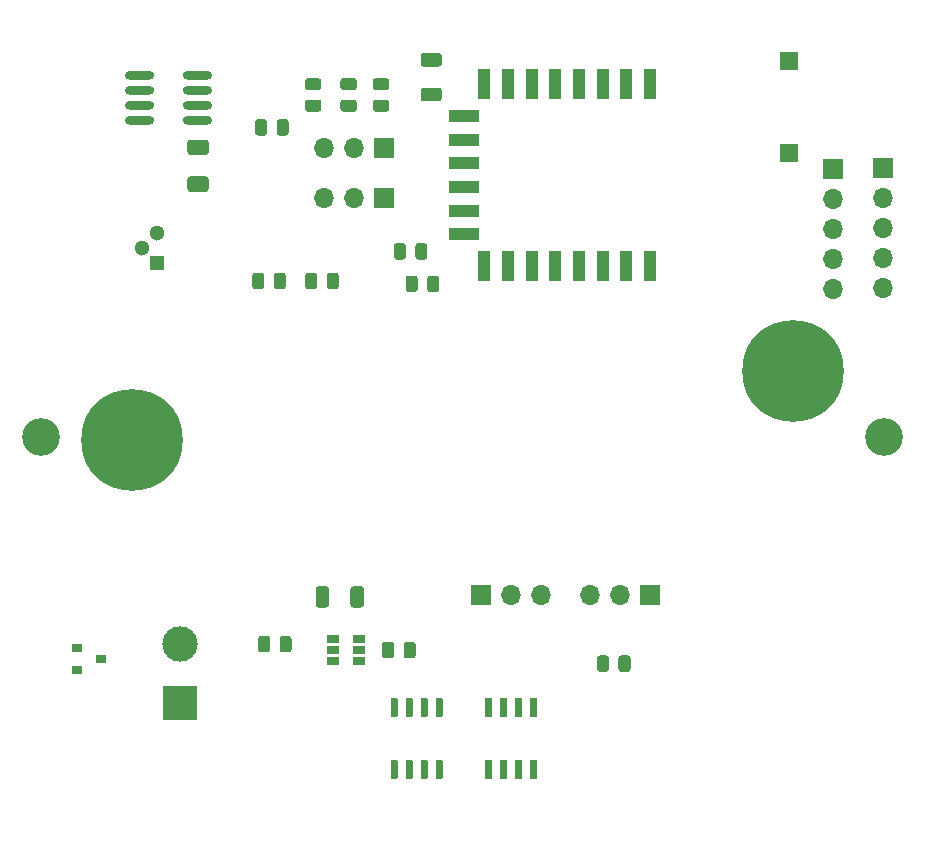
<source format=gbr>
%TF.GenerationSoftware,KiCad,Pcbnew,(5.1.12)-1*%
%TF.CreationDate,2022-02-03T12:58:41+01:00*%
%TF.ProjectId,colibri_01,636f6c69-6272-4695-9f30-312e6b696361,rev?*%
%TF.SameCoordinates,Original*%
%TF.FileFunction,Soldermask,Top*%
%TF.FilePolarity,Negative*%
%FSLAX46Y46*%
G04 Gerber Fmt 4.6, Leading zero omitted, Abs format (unit mm)*
G04 Created by KiCad (PCBNEW (5.1.12)-1) date 2022-02-03 12:58:41*
%MOMM*%
%LPD*%
G01*
G04 APERTURE LIST*
%ADD10R,2.500000X1.100000*%
%ADD11R,1.100000X2.500000*%
%ADD12C,3.200000*%
%ADD13C,0.900000*%
%ADD14C,8.600000*%
%ADD15R,1.060000X0.650000*%
%ADD16R,1.300000X1.300000*%
%ADD17C,1.300000*%
%ADD18R,1.500000X1.500000*%
%ADD19O,1.700000X1.700000*%
%ADD20R,1.700000X1.700000*%
%ADD21C,3.000000*%
%ADD22R,3.000000X3.000000*%
%ADD23R,0.900000X0.800000*%
G04 APERTURE END LIST*
D10*
%TO.C,U1*%
X150050000Y-73790000D03*
X150050000Y-71790000D03*
X150050000Y-69790000D03*
X150050000Y-67790000D03*
X150050000Y-65790000D03*
X150050000Y-63790000D03*
D11*
X165750000Y-76500000D03*
X163750000Y-76500000D03*
X161750000Y-76500000D03*
X159750000Y-76500000D03*
X157750000Y-76500000D03*
X155750000Y-76500000D03*
X153750000Y-76500000D03*
X151750000Y-76500000D03*
X151750000Y-61100000D03*
X153750000Y-61100000D03*
X155750000Y-61100000D03*
X157750000Y-61100000D03*
X159750000Y-61100000D03*
X161750000Y-61100000D03*
X163750000Y-61100000D03*
X165750000Y-61100000D03*
%TD*%
D12*
%TO.C,C1*%
X185600000Y-91000000D03*
X114200000Y-91000000D03*
%TD*%
D13*
%TO.C,M4*%
X124230419Y-88969581D03*
X121950000Y-88025000D03*
X119669581Y-88969581D03*
X118725000Y-91250000D03*
X119669581Y-93530419D03*
X121950000Y-94475000D03*
X124230419Y-93530419D03*
X125175000Y-91250000D03*
D14*
X121950000Y-91250000D03*
%TD*%
D13*
%TO.C,M4*%
X180130419Y-83069581D03*
X177850000Y-82125000D03*
X175569581Y-83069581D03*
X174625000Y-85350000D03*
X175569581Y-87630419D03*
X177850000Y-88575000D03*
X180130419Y-87630419D03*
X181075000Y-85350000D03*
D14*
X177850000Y-85350000D03*
%TD*%
%TO.C,U6*%
G36*
G01*
X128350000Y-64505000D02*
X126550000Y-64505000D01*
G75*
G02*
X126200000Y-64155000I0J350000D01*
G01*
X126200000Y-64155000D01*
G75*
G02*
X126550000Y-63805000I350000J0D01*
G01*
X128350000Y-63805000D01*
G75*
G02*
X128700000Y-64155000I0J-350000D01*
G01*
X128700000Y-64155000D01*
G75*
G02*
X128350000Y-64505000I-350000J0D01*
G01*
G37*
G36*
G01*
X128350000Y-63235000D02*
X126550000Y-63235000D01*
G75*
G02*
X126200000Y-62885000I0J350000D01*
G01*
X126200000Y-62885000D01*
G75*
G02*
X126550000Y-62535000I350000J0D01*
G01*
X128350000Y-62535000D01*
G75*
G02*
X128700000Y-62885000I0J-350000D01*
G01*
X128700000Y-62885000D01*
G75*
G02*
X128350000Y-63235000I-350000J0D01*
G01*
G37*
G36*
G01*
X128350000Y-61965000D02*
X126550000Y-61965000D01*
G75*
G02*
X126200000Y-61615000I0J350000D01*
G01*
X126200000Y-61615000D01*
G75*
G02*
X126550000Y-61265000I350000J0D01*
G01*
X128350000Y-61265000D01*
G75*
G02*
X128700000Y-61615000I0J-350000D01*
G01*
X128700000Y-61615000D01*
G75*
G02*
X128350000Y-61965000I-350000J0D01*
G01*
G37*
G36*
G01*
X128350000Y-60695000D02*
X126550000Y-60695000D01*
G75*
G02*
X126200000Y-60345000I0J350000D01*
G01*
X126200000Y-60345000D01*
G75*
G02*
X126550000Y-59995000I350000J0D01*
G01*
X128350000Y-59995000D01*
G75*
G02*
X128700000Y-60345000I0J-350000D01*
G01*
X128700000Y-60345000D01*
G75*
G02*
X128350000Y-60695000I-350000J0D01*
G01*
G37*
G36*
G01*
X123450000Y-64505000D02*
X121650000Y-64505000D01*
G75*
G02*
X121300000Y-64155000I0J350000D01*
G01*
X121300000Y-64155000D01*
G75*
G02*
X121650000Y-63805000I350000J0D01*
G01*
X123450000Y-63805000D01*
G75*
G02*
X123800000Y-64155000I0J-350000D01*
G01*
X123800000Y-64155000D01*
G75*
G02*
X123450000Y-64505000I-350000J0D01*
G01*
G37*
G36*
G01*
X123450000Y-63235000D02*
X121650000Y-63235000D01*
G75*
G02*
X121300000Y-62885000I0J350000D01*
G01*
X121300000Y-62885000D01*
G75*
G02*
X121650000Y-62535000I350000J0D01*
G01*
X123450000Y-62535000D01*
G75*
G02*
X123800000Y-62885000I0J-350000D01*
G01*
X123800000Y-62885000D01*
G75*
G02*
X123450000Y-63235000I-350000J0D01*
G01*
G37*
G36*
G01*
X123450000Y-61965000D02*
X121650000Y-61965000D01*
G75*
G02*
X121300000Y-61615000I0J350000D01*
G01*
X121300000Y-61615000D01*
G75*
G02*
X121650000Y-61265000I350000J0D01*
G01*
X123450000Y-61265000D01*
G75*
G02*
X123800000Y-61615000I0J-350000D01*
G01*
X123800000Y-61615000D01*
G75*
G02*
X123450000Y-61965000I-350000J0D01*
G01*
G37*
G36*
G01*
X123450000Y-60695000D02*
X121650000Y-60695000D01*
G75*
G02*
X121300000Y-60345000I0J350000D01*
G01*
X121300000Y-60345000D01*
G75*
G02*
X121650000Y-59995000I350000J0D01*
G01*
X123450000Y-59995000D01*
G75*
G02*
X123800000Y-60345000I0J-350000D01*
G01*
X123800000Y-60345000D01*
G75*
G02*
X123450000Y-60695000I-350000J0D01*
G01*
G37*
%TD*%
%TO.C,U5*%
G36*
G01*
X147651300Y-113085000D02*
X148158700Y-113085000D01*
G75*
G02*
X148200000Y-113126300I0J-41300D01*
G01*
X148200000Y-114623700D01*
G75*
G02*
X148158700Y-114665000I-41300J0D01*
G01*
X147651300Y-114665000D01*
G75*
G02*
X147610000Y-114623700I0J41300D01*
G01*
X147610000Y-113126300D01*
G75*
G02*
X147651300Y-113085000I41300J0D01*
G01*
G37*
G36*
G01*
X146381300Y-113085000D02*
X146888700Y-113085000D01*
G75*
G02*
X146930000Y-113126300I0J-41300D01*
G01*
X146930000Y-114623700D01*
G75*
G02*
X146888700Y-114665000I-41300J0D01*
G01*
X146381300Y-114665000D01*
G75*
G02*
X146340000Y-114623700I0J41300D01*
G01*
X146340000Y-113126300D01*
G75*
G02*
X146381300Y-113085000I41300J0D01*
G01*
G37*
G36*
G01*
X145111300Y-113085000D02*
X145618700Y-113085000D01*
G75*
G02*
X145660000Y-113126300I0J-41300D01*
G01*
X145660000Y-114623700D01*
G75*
G02*
X145618700Y-114665000I-41300J0D01*
G01*
X145111300Y-114665000D01*
G75*
G02*
X145070000Y-114623700I0J41300D01*
G01*
X145070000Y-113126300D01*
G75*
G02*
X145111300Y-113085000I41300J0D01*
G01*
G37*
G36*
G01*
X143841300Y-113085000D02*
X144348700Y-113085000D01*
G75*
G02*
X144390000Y-113126300I0J-41300D01*
G01*
X144390000Y-114623700D01*
G75*
G02*
X144348700Y-114665000I-41300J0D01*
G01*
X143841300Y-114665000D01*
G75*
G02*
X143800000Y-114623700I0J41300D01*
G01*
X143800000Y-113126300D01*
G75*
G02*
X143841300Y-113085000I41300J0D01*
G01*
G37*
G36*
G01*
X143841300Y-118335000D02*
X144348700Y-118335000D01*
G75*
G02*
X144390000Y-118376300I0J-41300D01*
G01*
X144390000Y-119873700D01*
G75*
G02*
X144348700Y-119915000I-41300J0D01*
G01*
X143841300Y-119915000D01*
G75*
G02*
X143800000Y-119873700I0J41300D01*
G01*
X143800000Y-118376300D01*
G75*
G02*
X143841300Y-118335000I41300J0D01*
G01*
G37*
G36*
G01*
X145111300Y-118335000D02*
X145618700Y-118335000D01*
G75*
G02*
X145660000Y-118376300I0J-41300D01*
G01*
X145660000Y-119873700D01*
G75*
G02*
X145618700Y-119915000I-41300J0D01*
G01*
X145111300Y-119915000D01*
G75*
G02*
X145070000Y-119873700I0J41300D01*
G01*
X145070000Y-118376300D01*
G75*
G02*
X145111300Y-118335000I41300J0D01*
G01*
G37*
G36*
G01*
X146381300Y-118335000D02*
X146888700Y-118335000D01*
G75*
G02*
X146930000Y-118376300I0J-41300D01*
G01*
X146930000Y-119873700D01*
G75*
G02*
X146888700Y-119915000I-41300J0D01*
G01*
X146381300Y-119915000D01*
G75*
G02*
X146340000Y-119873700I0J41300D01*
G01*
X146340000Y-118376300D01*
G75*
G02*
X146381300Y-118335000I41300J0D01*
G01*
G37*
G36*
G01*
X147651300Y-118335000D02*
X148158700Y-118335000D01*
G75*
G02*
X148200000Y-118376300I0J-41300D01*
G01*
X148200000Y-119873700D01*
G75*
G02*
X148158700Y-119915000I-41300J0D01*
G01*
X147651300Y-119915000D01*
G75*
G02*
X147610000Y-119873700I0J41300D01*
G01*
X147610000Y-118376300D01*
G75*
G02*
X147651300Y-118335000I41300J0D01*
G01*
G37*
%TD*%
%TO.C,U4*%
G36*
G01*
X155651300Y-113085000D02*
X156158700Y-113085000D01*
G75*
G02*
X156200000Y-113126300I0J-41300D01*
G01*
X156200000Y-114623700D01*
G75*
G02*
X156158700Y-114665000I-41300J0D01*
G01*
X155651300Y-114665000D01*
G75*
G02*
X155610000Y-114623700I0J41300D01*
G01*
X155610000Y-113126300D01*
G75*
G02*
X155651300Y-113085000I41300J0D01*
G01*
G37*
G36*
G01*
X154381300Y-113085000D02*
X154888700Y-113085000D01*
G75*
G02*
X154930000Y-113126300I0J-41300D01*
G01*
X154930000Y-114623700D01*
G75*
G02*
X154888700Y-114665000I-41300J0D01*
G01*
X154381300Y-114665000D01*
G75*
G02*
X154340000Y-114623700I0J41300D01*
G01*
X154340000Y-113126300D01*
G75*
G02*
X154381300Y-113085000I41300J0D01*
G01*
G37*
G36*
G01*
X153111300Y-113085000D02*
X153618700Y-113085000D01*
G75*
G02*
X153660000Y-113126300I0J-41300D01*
G01*
X153660000Y-114623700D01*
G75*
G02*
X153618700Y-114665000I-41300J0D01*
G01*
X153111300Y-114665000D01*
G75*
G02*
X153070000Y-114623700I0J41300D01*
G01*
X153070000Y-113126300D01*
G75*
G02*
X153111300Y-113085000I41300J0D01*
G01*
G37*
G36*
G01*
X151841300Y-113085000D02*
X152348700Y-113085000D01*
G75*
G02*
X152390000Y-113126300I0J-41300D01*
G01*
X152390000Y-114623700D01*
G75*
G02*
X152348700Y-114665000I-41300J0D01*
G01*
X151841300Y-114665000D01*
G75*
G02*
X151800000Y-114623700I0J41300D01*
G01*
X151800000Y-113126300D01*
G75*
G02*
X151841300Y-113085000I41300J0D01*
G01*
G37*
G36*
G01*
X151841300Y-118335000D02*
X152348700Y-118335000D01*
G75*
G02*
X152390000Y-118376300I0J-41300D01*
G01*
X152390000Y-119873700D01*
G75*
G02*
X152348700Y-119915000I-41300J0D01*
G01*
X151841300Y-119915000D01*
G75*
G02*
X151800000Y-119873700I0J41300D01*
G01*
X151800000Y-118376300D01*
G75*
G02*
X151841300Y-118335000I41300J0D01*
G01*
G37*
G36*
G01*
X153111300Y-118335000D02*
X153618700Y-118335000D01*
G75*
G02*
X153660000Y-118376300I0J-41300D01*
G01*
X153660000Y-119873700D01*
G75*
G02*
X153618700Y-119915000I-41300J0D01*
G01*
X153111300Y-119915000D01*
G75*
G02*
X153070000Y-119873700I0J41300D01*
G01*
X153070000Y-118376300D01*
G75*
G02*
X153111300Y-118335000I41300J0D01*
G01*
G37*
G36*
G01*
X154381300Y-118335000D02*
X154888700Y-118335000D01*
G75*
G02*
X154930000Y-118376300I0J-41300D01*
G01*
X154930000Y-119873700D01*
G75*
G02*
X154888700Y-119915000I-41300J0D01*
G01*
X154381300Y-119915000D01*
G75*
G02*
X154340000Y-119873700I0J41300D01*
G01*
X154340000Y-118376300D01*
G75*
G02*
X154381300Y-118335000I41300J0D01*
G01*
G37*
G36*
G01*
X155651300Y-118335000D02*
X156158700Y-118335000D01*
G75*
G02*
X156200000Y-118376300I0J-41300D01*
G01*
X156200000Y-119873700D01*
G75*
G02*
X156158700Y-119915000I-41300J0D01*
G01*
X155651300Y-119915000D01*
G75*
G02*
X155610000Y-119873700I0J41300D01*
G01*
X155610000Y-118376300D01*
G75*
G02*
X155651300Y-118335000I41300J0D01*
G01*
G37*
%TD*%
D15*
%TO.C,U3*%
X138900000Y-109000000D03*
X138900000Y-109950000D03*
X138900000Y-108050000D03*
X141100000Y-108050000D03*
X141100000Y-109000000D03*
X141100000Y-109950000D03*
%TD*%
D16*
%TO.C,U2*%
X124000000Y-76250000D03*
D17*
X124000000Y-73710000D03*
X122730000Y-74980000D03*
%TD*%
D18*
%TO.C,SW1*%
X177500000Y-66900000D03*
X177500000Y-59100000D03*
%TD*%
%TO.C,R11*%
G36*
G01*
X144900000Y-109450002D02*
X144900000Y-108549998D01*
G75*
G02*
X145149998Y-108300000I249998J0D01*
G01*
X145675002Y-108300000D01*
G75*
G02*
X145925000Y-108549998I0J-249998D01*
G01*
X145925000Y-109450002D01*
G75*
G02*
X145675002Y-109700000I-249998J0D01*
G01*
X145149998Y-109700000D01*
G75*
G02*
X144900000Y-109450002I0J249998D01*
G01*
G37*
G36*
G01*
X143075000Y-109450002D02*
X143075000Y-108549998D01*
G75*
G02*
X143324998Y-108300000I249998J0D01*
G01*
X143850002Y-108300000D01*
G75*
G02*
X144100000Y-108549998I0J-249998D01*
G01*
X144100000Y-109450002D01*
G75*
G02*
X143850002Y-109700000I-249998J0D01*
G01*
X143324998Y-109700000D01*
G75*
G02*
X143075000Y-109450002I0J249998D01*
G01*
G37*
%TD*%
%TO.C,R10*%
G36*
G01*
X133600000Y-108049998D02*
X133600000Y-108950002D01*
G75*
G02*
X133350002Y-109200000I-249998J0D01*
G01*
X132824998Y-109200000D01*
G75*
G02*
X132575000Y-108950002I0J249998D01*
G01*
X132575000Y-108049998D01*
G75*
G02*
X132824998Y-107800000I249998J0D01*
G01*
X133350002Y-107800000D01*
G75*
G02*
X133600000Y-108049998I0J-249998D01*
G01*
G37*
G36*
G01*
X135425000Y-108049998D02*
X135425000Y-108950002D01*
G75*
G02*
X135175002Y-109200000I-249998J0D01*
G01*
X134649998Y-109200000D01*
G75*
G02*
X134400000Y-108950002I0J249998D01*
G01*
X134400000Y-108049998D01*
G75*
G02*
X134649998Y-107800000I249998J0D01*
G01*
X135175002Y-107800000D01*
G75*
G02*
X135425000Y-108049998I0J-249998D01*
G01*
G37*
%TD*%
%TO.C,R9*%
G36*
G01*
X138400000Y-78200002D02*
X138400000Y-77299998D01*
G75*
G02*
X138649998Y-77050000I249998J0D01*
G01*
X139175002Y-77050000D01*
G75*
G02*
X139425000Y-77299998I0J-249998D01*
G01*
X139425000Y-78200002D01*
G75*
G02*
X139175002Y-78450000I-249998J0D01*
G01*
X138649998Y-78450000D01*
G75*
G02*
X138400000Y-78200002I0J249998D01*
G01*
G37*
G36*
G01*
X136575000Y-78200002D02*
X136575000Y-77299998D01*
G75*
G02*
X136824998Y-77050000I249998J0D01*
G01*
X137350002Y-77050000D01*
G75*
G02*
X137600000Y-77299998I0J-249998D01*
G01*
X137600000Y-78200002D01*
G75*
G02*
X137350002Y-78450000I-249998J0D01*
G01*
X136824998Y-78450000D01*
G75*
G02*
X136575000Y-78200002I0J249998D01*
G01*
G37*
%TD*%
%TO.C,R8*%
G36*
G01*
X133900000Y-78200002D02*
X133900000Y-77299998D01*
G75*
G02*
X134149998Y-77050000I249998J0D01*
G01*
X134675002Y-77050000D01*
G75*
G02*
X134925000Y-77299998I0J-249998D01*
G01*
X134925000Y-78200002D01*
G75*
G02*
X134675002Y-78450000I-249998J0D01*
G01*
X134149998Y-78450000D01*
G75*
G02*
X133900000Y-78200002I0J249998D01*
G01*
G37*
G36*
G01*
X132075000Y-78200002D02*
X132075000Y-77299998D01*
G75*
G02*
X132324998Y-77050000I249998J0D01*
G01*
X132850002Y-77050000D01*
G75*
G02*
X133100000Y-77299998I0J-249998D01*
G01*
X133100000Y-78200002D01*
G75*
G02*
X132850002Y-78450000I-249998J0D01*
G01*
X132324998Y-78450000D01*
G75*
G02*
X132075000Y-78200002I0J249998D01*
G01*
G37*
%TD*%
%TO.C,R7*%
G36*
G01*
X145100000Y-74799998D02*
X145100000Y-75700002D01*
G75*
G02*
X144850002Y-75950000I-249998J0D01*
G01*
X144324998Y-75950000D01*
G75*
G02*
X144075000Y-75700002I0J249998D01*
G01*
X144075000Y-74799998D01*
G75*
G02*
X144324998Y-74550000I249998J0D01*
G01*
X144850002Y-74550000D01*
G75*
G02*
X145100000Y-74799998I0J-249998D01*
G01*
G37*
G36*
G01*
X146925000Y-74799998D02*
X146925000Y-75700002D01*
G75*
G02*
X146675002Y-75950000I-249998J0D01*
G01*
X146149998Y-75950000D01*
G75*
G02*
X145900000Y-75700002I0J249998D01*
G01*
X145900000Y-74799998D01*
G75*
G02*
X146149998Y-74550000I249998J0D01*
G01*
X146675002Y-74550000D01*
G75*
G02*
X146925000Y-74799998I0J-249998D01*
G01*
G37*
%TD*%
%TO.C,R6*%
G36*
G01*
X146100000Y-77549998D02*
X146100000Y-78450002D01*
G75*
G02*
X145850002Y-78700000I-249998J0D01*
G01*
X145324998Y-78700000D01*
G75*
G02*
X145075000Y-78450002I0J249998D01*
G01*
X145075000Y-77549998D01*
G75*
G02*
X145324998Y-77300000I249998J0D01*
G01*
X145850002Y-77300000D01*
G75*
G02*
X146100000Y-77549998I0J-249998D01*
G01*
G37*
G36*
G01*
X147925000Y-77549998D02*
X147925000Y-78450002D01*
G75*
G02*
X147675002Y-78700000I-249998J0D01*
G01*
X147149998Y-78700000D01*
G75*
G02*
X146900000Y-78450002I0J249998D01*
G01*
X146900000Y-77549998D01*
G75*
G02*
X147149998Y-77300000I249998J0D01*
G01*
X147675002Y-77300000D01*
G75*
G02*
X147925000Y-77549998I0J-249998D01*
G01*
G37*
%TD*%
%TO.C,R5*%
G36*
G01*
X162300000Y-109699998D02*
X162300000Y-110600002D01*
G75*
G02*
X162050002Y-110850000I-249998J0D01*
G01*
X161524998Y-110850000D01*
G75*
G02*
X161275000Y-110600002I0J249998D01*
G01*
X161275000Y-109699998D01*
G75*
G02*
X161524998Y-109450000I249998J0D01*
G01*
X162050002Y-109450000D01*
G75*
G02*
X162300000Y-109699998I0J-249998D01*
G01*
G37*
G36*
G01*
X164125000Y-109699998D02*
X164125000Y-110600002D01*
G75*
G02*
X163875002Y-110850000I-249998J0D01*
G01*
X163349998Y-110850000D01*
G75*
G02*
X163100000Y-110600002I0J249998D01*
G01*
X163100000Y-109699998D01*
G75*
G02*
X163349998Y-109450000I249998J0D01*
G01*
X163875002Y-109450000D01*
G75*
G02*
X164125000Y-109699998I0J-249998D01*
G01*
G37*
%TD*%
%TO.C,R4*%
G36*
G01*
X139799998Y-62400000D02*
X140700002Y-62400000D01*
G75*
G02*
X140950000Y-62649998I0J-249998D01*
G01*
X140950000Y-63175002D01*
G75*
G02*
X140700002Y-63425000I-249998J0D01*
G01*
X139799998Y-63425000D01*
G75*
G02*
X139550000Y-63175002I0J249998D01*
G01*
X139550000Y-62649998D01*
G75*
G02*
X139799998Y-62400000I249998J0D01*
G01*
G37*
G36*
G01*
X139799998Y-60575000D02*
X140700002Y-60575000D01*
G75*
G02*
X140950000Y-60824998I0J-249998D01*
G01*
X140950000Y-61350002D01*
G75*
G02*
X140700002Y-61600000I-249998J0D01*
G01*
X139799998Y-61600000D01*
G75*
G02*
X139550000Y-61350002I0J249998D01*
G01*
X139550000Y-60824998D01*
G75*
G02*
X139799998Y-60575000I249998J0D01*
G01*
G37*
%TD*%
%TO.C,R3*%
G36*
G01*
X142549998Y-62400000D02*
X143450002Y-62400000D01*
G75*
G02*
X143700000Y-62649998I0J-249998D01*
G01*
X143700000Y-63175002D01*
G75*
G02*
X143450002Y-63425000I-249998J0D01*
G01*
X142549998Y-63425000D01*
G75*
G02*
X142300000Y-63175002I0J249998D01*
G01*
X142300000Y-62649998D01*
G75*
G02*
X142549998Y-62400000I249998J0D01*
G01*
G37*
G36*
G01*
X142549998Y-60575000D02*
X143450002Y-60575000D01*
G75*
G02*
X143700000Y-60824998I0J-249998D01*
G01*
X143700000Y-61350002D01*
G75*
G02*
X143450002Y-61600000I-249998J0D01*
G01*
X142549998Y-61600000D01*
G75*
G02*
X142300000Y-61350002I0J249998D01*
G01*
X142300000Y-60824998D01*
G75*
G02*
X142549998Y-60575000I249998J0D01*
G01*
G37*
%TD*%
%TO.C,R2*%
G36*
G01*
X137700002Y-61600000D02*
X136799998Y-61600000D01*
G75*
G02*
X136550000Y-61350002I0J249998D01*
G01*
X136550000Y-60824998D01*
G75*
G02*
X136799998Y-60575000I249998J0D01*
G01*
X137700002Y-60575000D01*
G75*
G02*
X137950000Y-60824998I0J-249998D01*
G01*
X137950000Y-61350002D01*
G75*
G02*
X137700002Y-61600000I-249998J0D01*
G01*
G37*
G36*
G01*
X137700002Y-63425000D02*
X136799998Y-63425000D01*
G75*
G02*
X136550000Y-63175002I0J249998D01*
G01*
X136550000Y-62649998D01*
G75*
G02*
X136799998Y-62400000I249998J0D01*
G01*
X137700002Y-62400000D01*
G75*
G02*
X137950000Y-62649998I0J-249998D01*
G01*
X137950000Y-63175002D01*
G75*
G02*
X137700002Y-63425000I-249998J0D01*
G01*
G37*
%TD*%
%TO.C,R1*%
G36*
G01*
X134150000Y-65200002D02*
X134150000Y-64299998D01*
G75*
G02*
X134399998Y-64050000I249998J0D01*
G01*
X134925002Y-64050000D01*
G75*
G02*
X135175000Y-64299998I0J-249998D01*
G01*
X135175000Y-65200002D01*
G75*
G02*
X134925002Y-65450000I-249998J0D01*
G01*
X134399998Y-65450000D01*
G75*
G02*
X134150000Y-65200002I0J249998D01*
G01*
G37*
G36*
G01*
X132325000Y-65200002D02*
X132325000Y-64299998D01*
G75*
G02*
X132574998Y-64050000I249998J0D01*
G01*
X133100002Y-64050000D01*
G75*
G02*
X133350000Y-64299998I0J-249998D01*
G01*
X133350000Y-65200002D01*
G75*
G02*
X133100002Y-65450000I-249998J0D01*
G01*
X132574998Y-65450000D01*
G75*
G02*
X132325000Y-65200002I0J249998D01*
G01*
G37*
%TD*%
D19*
%TO.C,J7*%
X185500000Y-78370000D03*
X185500000Y-75830000D03*
X185500000Y-73290000D03*
X185500000Y-70750000D03*
D20*
X185500000Y-68210000D03*
%TD*%
D19*
%TO.C,J6*%
X181250000Y-78410000D03*
X181250000Y-75870000D03*
X181250000Y-73330000D03*
X181250000Y-70790000D03*
D20*
X181250000Y-68250000D03*
%TD*%
D19*
%TO.C,J5*%
X138170000Y-66500000D03*
X140710000Y-66500000D03*
D20*
X143250000Y-66500000D03*
%TD*%
D19*
%TO.C,J4*%
X138170000Y-70750000D03*
X140710000Y-70750000D03*
D20*
X143250000Y-70750000D03*
%TD*%
D19*
%TO.C,J3*%
X156580000Y-104350000D03*
X154040000Y-104350000D03*
D20*
X151500000Y-104350000D03*
%TD*%
D19*
%TO.C,J2*%
X160670000Y-104350000D03*
X163210000Y-104350000D03*
D20*
X165750000Y-104350000D03*
%TD*%
D21*
%TO.C,J1*%
X126000000Y-108500000D03*
D22*
X126000000Y-113500000D03*
%TD*%
D23*
%TO.C,D1*%
X119250000Y-109750000D03*
X117250000Y-110700000D03*
X117250000Y-108800000D03*
%TD*%
%TO.C,C4*%
G36*
G01*
X126849998Y-68900000D02*
X128150002Y-68900000D01*
G75*
G02*
X128400000Y-69149998I0J-249998D01*
G01*
X128400000Y-69975002D01*
G75*
G02*
X128150002Y-70225000I-249998J0D01*
G01*
X126849998Y-70225000D01*
G75*
G02*
X126600000Y-69975002I0J249998D01*
G01*
X126600000Y-69149998D01*
G75*
G02*
X126849998Y-68900000I249998J0D01*
G01*
G37*
G36*
G01*
X126849998Y-65775000D02*
X128150002Y-65775000D01*
G75*
G02*
X128400000Y-66024998I0J-249998D01*
G01*
X128400000Y-66850002D01*
G75*
G02*
X128150002Y-67100000I-249998J0D01*
G01*
X126849998Y-67100000D01*
G75*
G02*
X126600000Y-66850002I0J249998D01*
G01*
X126600000Y-66024998D01*
G75*
G02*
X126849998Y-65775000I249998J0D01*
G01*
G37*
%TD*%
%TO.C,C3*%
G36*
G01*
X138600000Y-103849999D02*
X138600000Y-105150001D01*
G75*
G02*
X138350001Y-105400000I-249999J0D01*
G01*
X137699999Y-105400000D01*
G75*
G02*
X137450000Y-105150001I0J249999D01*
G01*
X137450000Y-103849999D01*
G75*
G02*
X137699999Y-103600000I249999J0D01*
G01*
X138350001Y-103600000D01*
G75*
G02*
X138600000Y-103849999I0J-249999D01*
G01*
G37*
G36*
G01*
X141550000Y-103849999D02*
X141550000Y-105150001D01*
G75*
G02*
X141300001Y-105400000I-249999J0D01*
G01*
X140649999Y-105400000D01*
G75*
G02*
X140400000Y-105150001I0J249999D01*
G01*
X140400000Y-103849999D01*
G75*
G02*
X140649999Y-103600000I249999J0D01*
G01*
X141300001Y-103600000D01*
G75*
G02*
X141550000Y-103849999I0J-249999D01*
G01*
G37*
%TD*%
%TO.C,C2*%
G36*
G01*
X146599999Y-61400000D02*
X147900001Y-61400000D01*
G75*
G02*
X148150000Y-61649999I0J-249999D01*
G01*
X148150000Y-62300001D01*
G75*
G02*
X147900001Y-62550000I-249999J0D01*
G01*
X146599999Y-62550000D01*
G75*
G02*
X146350000Y-62300001I0J249999D01*
G01*
X146350000Y-61649999D01*
G75*
G02*
X146599999Y-61400000I249999J0D01*
G01*
G37*
G36*
G01*
X146599999Y-58450000D02*
X147900001Y-58450000D01*
G75*
G02*
X148150000Y-58699999I0J-249999D01*
G01*
X148150000Y-59350001D01*
G75*
G02*
X147900001Y-59600000I-249999J0D01*
G01*
X146599999Y-59600000D01*
G75*
G02*
X146350000Y-59350001I0J249999D01*
G01*
X146350000Y-58699999D01*
G75*
G02*
X146599999Y-58450000I249999J0D01*
G01*
G37*
%TD*%
M02*

</source>
